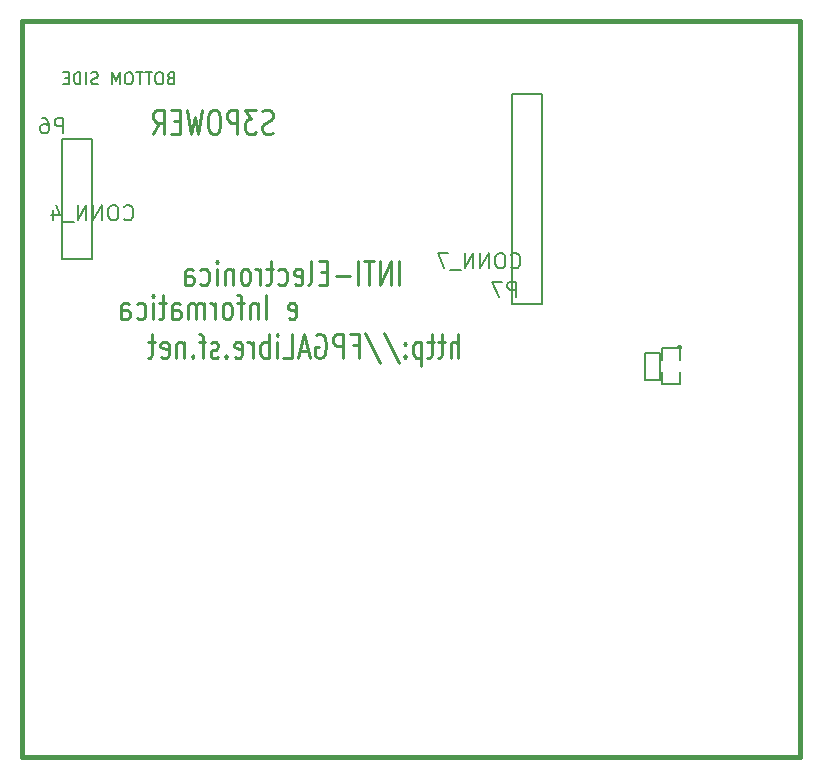
<source format=gbo>
G04 (created by PCBNEW-RS274X (2010-03-14)-final) date lun 07 nov 2011 20:25:05 ART*
G01*
G70*
G90*
%MOIN*%
G04 Gerber Fmt 3.4, Leading zero omitted, Abs format*
%FSLAX34Y34*%
G04 APERTURE LIST*
%ADD10C,0.000100*%
%ADD11C,0.015000*%
%ADD12C,0.010000*%
%ADD13C,0.006600*%
%ADD14C,0.005000*%
%ADD15C,0.008000*%
G04 APERTURE END LIST*
G54D10*
G54D11*
X33250Y-11250D02*
X33250Y-11450D01*
X59200Y-11250D02*
X33250Y-11250D01*
X59200Y-11800D02*
X59200Y-11250D01*
X59200Y-35800D02*
X59200Y-11800D01*
X33250Y-35800D02*
X59200Y-35800D01*
X33250Y-11350D02*
X33250Y-35800D01*
G54D12*
X42142Y-21156D02*
X42199Y-21194D01*
X42313Y-21194D01*
X42370Y-21156D01*
X42399Y-21080D01*
X42399Y-20775D01*
X42370Y-20699D01*
X42313Y-20660D01*
X42199Y-20660D01*
X42142Y-20699D01*
X42113Y-20775D01*
X42113Y-20851D01*
X42399Y-20927D01*
X41399Y-21194D02*
X41399Y-20394D01*
X41113Y-20660D02*
X41113Y-21194D01*
X41113Y-20737D02*
X41085Y-20699D01*
X41027Y-20660D01*
X40942Y-20660D01*
X40885Y-20699D01*
X40856Y-20775D01*
X40856Y-21194D01*
X40656Y-20660D02*
X40427Y-20660D01*
X40570Y-21194D02*
X40570Y-20508D01*
X40542Y-20432D01*
X40484Y-20394D01*
X40427Y-20394D01*
X40141Y-21194D02*
X40199Y-21156D01*
X40227Y-21118D01*
X40256Y-21041D01*
X40256Y-20813D01*
X40227Y-20737D01*
X40199Y-20699D01*
X40141Y-20660D01*
X40056Y-20660D01*
X39999Y-20699D01*
X39970Y-20737D01*
X39941Y-20813D01*
X39941Y-21041D01*
X39970Y-21118D01*
X39999Y-21156D01*
X40056Y-21194D01*
X40141Y-21194D01*
X39684Y-21194D02*
X39684Y-20660D01*
X39684Y-20813D02*
X39656Y-20737D01*
X39627Y-20699D01*
X39570Y-20660D01*
X39513Y-20660D01*
X39313Y-21194D02*
X39313Y-20660D01*
X39313Y-20737D02*
X39285Y-20699D01*
X39227Y-20660D01*
X39142Y-20660D01*
X39085Y-20699D01*
X39056Y-20775D01*
X39056Y-21194D01*
X39056Y-20775D02*
X39027Y-20699D01*
X38970Y-20660D01*
X38885Y-20660D01*
X38827Y-20699D01*
X38799Y-20775D01*
X38799Y-21194D01*
X38256Y-21194D02*
X38256Y-20775D01*
X38285Y-20699D01*
X38342Y-20660D01*
X38456Y-20660D01*
X38513Y-20699D01*
X38256Y-21156D02*
X38313Y-21194D01*
X38456Y-21194D01*
X38513Y-21156D01*
X38542Y-21080D01*
X38542Y-21003D01*
X38513Y-20927D01*
X38456Y-20889D01*
X38313Y-20889D01*
X38256Y-20851D01*
X38056Y-20660D02*
X37827Y-20660D01*
X37970Y-20394D02*
X37970Y-21080D01*
X37942Y-21156D01*
X37884Y-21194D01*
X37827Y-21194D01*
X37627Y-21194D02*
X37627Y-20660D01*
X37627Y-20394D02*
X37656Y-20432D01*
X37627Y-20470D01*
X37599Y-20432D01*
X37627Y-20394D01*
X37627Y-20470D01*
X37084Y-21156D02*
X37141Y-21194D01*
X37255Y-21194D01*
X37313Y-21156D01*
X37341Y-21118D01*
X37370Y-21041D01*
X37370Y-20813D01*
X37341Y-20737D01*
X37313Y-20699D01*
X37255Y-20660D01*
X37141Y-20660D01*
X37084Y-20699D01*
X36570Y-21194D02*
X36570Y-20775D01*
X36599Y-20699D01*
X36656Y-20660D01*
X36770Y-20660D01*
X36827Y-20699D01*
X36570Y-21156D02*
X36627Y-21194D01*
X36770Y-21194D01*
X36827Y-21156D01*
X36856Y-21080D01*
X36856Y-21003D01*
X36827Y-20927D01*
X36770Y-20889D01*
X36627Y-20889D01*
X36570Y-20851D01*
X45831Y-20054D02*
X45831Y-19254D01*
X45545Y-20054D02*
X45545Y-19254D01*
X45202Y-20054D01*
X45202Y-19254D01*
X45002Y-19254D02*
X44659Y-19254D01*
X44830Y-20054D02*
X44830Y-19254D01*
X44459Y-20054D02*
X44459Y-19254D01*
X44173Y-19749D02*
X43716Y-19749D01*
X43430Y-19635D02*
X43230Y-19635D01*
X43144Y-20054D02*
X43430Y-20054D01*
X43430Y-19254D01*
X43144Y-19254D01*
X42801Y-20054D02*
X42859Y-20016D01*
X42887Y-19940D01*
X42887Y-19254D01*
X42345Y-20016D02*
X42402Y-20054D01*
X42516Y-20054D01*
X42573Y-20016D01*
X42602Y-19940D01*
X42602Y-19635D01*
X42573Y-19559D01*
X42516Y-19520D01*
X42402Y-19520D01*
X42345Y-19559D01*
X42316Y-19635D01*
X42316Y-19711D01*
X42602Y-19787D01*
X41802Y-20016D02*
X41859Y-20054D01*
X41973Y-20054D01*
X42031Y-20016D01*
X42059Y-19978D01*
X42088Y-19901D01*
X42088Y-19673D01*
X42059Y-19597D01*
X42031Y-19559D01*
X41973Y-19520D01*
X41859Y-19520D01*
X41802Y-19559D01*
X41631Y-19520D02*
X41402Y-19520D01*
X41545Y-19254D02*
X41545Y-19940D01*
X41517Y-20016D01*
X41459Y-20054D01*
X41402Y-20054D01*
X41202Y-20054D02*
X41202Y-19520D01*
X41202Y-19673D02*
X41174Y-19597D01*
X41145Y-19559D01*
X41088Y-19520D01*
X41031Y-19520D01*
X40745Y-20054D02*
X40803Y-20016D01*
X40831Y-19978D01*
X40860Y-19901D01*
X40860Y-19673D01*
X40831Y-19597D01*
X40803Y-19559D01*
X40745Y-19520D01*
X40660Y-19520D01*
X40603Y-19559D01*
X40574Y-19597D01*
X40545Y-19673D01*
X40545Y-19901D01*
X40574Y-19978D01*
X40603Y-20016D01*
X40660Y-20054D01*
X40745Y-20054D01*
X40288Y-19520D02*
X40288Y-20054D01*
X40288Y-19597D02*
X40260Y-19559D01*
X40202Y-19520D01*
X40117Y-19520D01*
X40060Y-19559D01*
X40031Y-19635D01*
X40031Y-20054D01*
X39745Y-20054D02*
X39745Y-19520D01*
X39745Y-19254D02*
X39774Y-19292D01*
X39745Y-19330D01*
X39717Y-19292D01*
X39745Y-19254D01*
X39745Y-19330D01*
X39202Y-20016D02*
X39259Y-20054D01*
X39373Y-20054D01*
X39431Y-20016D01*
X39459Y-19978D01*
X39488Y-19901D01*
X39488Y-19673D01*
X39459Y-19597D01*
X39431Y-19559D01*
X39373Y-19520D01*
X39259Y-19520D01*
X39202Y-19559D01*
X38688Y-20054D02*
X38688Y-19635D01*
X38717Y-19559D01*
X38774Y-19520D01*
X38888Y-19520D01*
X38945Y-19559D01*
X38688Y-20016D02*
X38745Y-20054D01*
X38888Y-20054D01*
X38945Y-20016D01*
X38974Y-19940D01*
X38974Y-19863D01*
X38945Y-19787D01*
X38888Y-19749D01*
X38745Y-19749D01*
X38688Y-19711D01*
X47799Y-22484D02*
X47799Y-21684D01*
X47542Y-22484D02*
X47542Y-22065D01*
X47571Y-21989D01*
X47628Y-21950D01*
X47713Y-21950D01*
X47771Y-21989D01*
X47799Y-22027D01*
X47342Y-21950D02*
X47113Y-21950D01*
X47256Y-21684D02*
X47256Y-22370D01*
X47228Y-22446D01*
X47170Y-22484D01*
X47113Y-22484D01*
X46999Y-21950D02*
X46770Y-21950D01*
X46913Y-21684D02*
X46913Y-22370D01*
X46885Y-22446D01*
X46827Y-22484D01*
X46770Y-22484D01*
X46570Y-21950D02*
X46570Y-22750D01*
X46570Y-21989D02*
X46513Y-21950D01*
X46399Y-21950D01*
X46342Y-21989D01*
X46313Y-22027D01*
X46284Y-22103D01*
X46284Y-22331D01*
X46313Y-22408D01*
X46342Y-22446D01*
X46399Y-22484D01*
X46513Y-22484D01*
X46570Y-22446D01*
X46027Y-22408D02*
X45999Y-22446D01*
X46027Y-22484D01*
X46056Y-22446D01*
X46027Y-22408D01*
X46027Y-22484D01*
X46027Y-21989D02*
X45999Y-22027D01*
X46027Y-22065D01*
X46056Y-22027D01*
X46027Y-21989D01*
X46027Y-22065D01*
X45313Y-21646D02*
X45827Y-22674D01*
X44684Y-21646D02*
X45198Y-22674D01*
X44283Y-22065D02*
X44483Y-22065D01*
X44483Y-22484D02*
X44483Y-21684D01*
X44197Y-21684D01*
X43969Y-22484D02*
X43969Y-21684D01*
X43741Y-21684D01*
X43683Y-21722D01*
X43655Y-21760D01*
X43626Y-21836D01*
X43626Y-21950D01*
X43655Y-22027D01*
X43683Y-22065D01*
X43741Y-22103D01*
X43969Y-22103D01*
X43055Y-21722D02*
X43112Y-21684D01*
X43198Y-21684D01*
X43283Y-21722D01*
X43341Y-21798D01*
X43369Y-21874D01*
X43398Y-22027D01*
X43398Y-22141D01*
X43369Y-22293D01*
X43341Y-22370D01*
X43283Y-22446D01*
X43198Y-22484D01*
X43141Y-22484D01*
X43055Y-22446D01*
X43026Y-22408D01*
X43026Y-22141D01*
X43141Y-22141D01*
X42798Y-22255D02*
X42512Y-22255D01*
X42855Y-22484D02*
X42655Y-21684D01*
X42455Y-22484D01*
X41969Y-22484D02*
X42255Y-22484D01*
X42255Y-21684D01*
X41769Y-22484D02*
X41769Y-21950D01*
X41769Y-21684D02*
X41798Y-21722D01*
X41769Y-21760D01*
X41741Y-21722D01*
X41769Y-21684D01*
X41769Y-21760D01*
X41483Y-22484D02*
X41483Y-21684D01*
X41483Y-21989D02*
X41426Y-21950D01*
X41312Y-21950D01*
X41255Y-21989D01*
X41226Y-22027D01*
X41197Y-22103D01*
X41197Y-22331D01*
X41226Y-22408D01*
X41255Y-22446D01*
X41312Y-22484D01*
X41426Y-22484D01*
X41483Y-22446D01*
X40940Y-22484D02*
X40940Y-21950D01*
X40940Y-22103D02*
X40912Y-22027D01*
X40883Y-21989D01*
X40826Y-21950D01*
X40769Y-21950D01*
X40341Y-22446D02*
X40398Y-22484D01*
X40512Y-22484D01*
X40569Y-22446D01*
X40598Y-22370D01*
X40598Y-22065D01*
X40569Y-21989D01*
X40512Y-21950D01*
X40398Y-21950D01*
X40341Y-21989D01*
X40312Y-22065D01*
X40312Y-22141D01*
X40598Y-22217D01*
X40055Y-22408D02*
X40027Y-22446D01*
X40055Y-22484D01*
X40084Y-22446D01*
X40055Y-22408D01*
X40055Y-22484D01*
X39798Y-22446D02*
X39741Y-22484D01*
X39626Y-22484D01*
X39569Y-22446D01*
X39541Y-22370D01*
X39541Y-22331D01*
X39569Y-22255D01*
X39626Y-22217D01*
X39712Y-22217D01*
X39769Y-22179D01*
X39798Y-22103D01*
X39798Y-22065D01*
X39769Y-21989D01*
X39712Y-21950D01*
X39626Y-21950D01*
X39569Y-21989D01*
X39369Y-21950D02*
X39140Y-21950D01*
X39283Y-22484D02*
X39283Y-21798D01*
X39255Y-21722D01*
X39197Y-21684D01*
X39140Y-21684D01*
X38940Y-22408D02*
X38912Y-22446D01*
X38940Y-22484D01*
X38969Y-22446D01*
X38940Y-22408D01*
X38940Y-22484D01*
X38654Y-21950D02*
X38654Y-22484D01*
X38654Y-22027D02*
X38626Y-21989D01*
X38568Y-21950D01*
X38483Y-21950D01*
X38426Y-21989D01*
X38397Y-22065D01*
X38397Y-22484D01*
X37883Y-22446D02*
X37940Y-22484D01*
X38054Y-22484D01*
X38111Y-22446D01*
X38140Y-22370D01*
X38140Y-22065D01*
X38111Y-21989D01*
X38054Y-21950D01*
X37940Y-21950D01*
X37883Y-21989D01*
X37854Y-22065D01*
X37854Y-22141D01*
X38140Y-22217D01*
X37683Y-21950D02*
X37454Y-21950D01*
X37597Y-21684D02*
X37597Y-22370D01*
X37569Y-22446D01*
X37511Y-22484D01*
X37454Y-22484D01*
X41606Y-14986D02*
X41520Y-15024D01*
X41377Y-15024D01*
X41320Y-14986D01*
X41291Y-14948D01*
X41263Y-14871D01*
X41263Y-14795D01*
X41291Y-14719D01*
X41320Y-14681D01*
X41377Y-14643D01*
X41491Y-14605D01*
X41549Y-14567D01*
X41577Y-14529D01*
X41606Y-14452D01*
X41606Y-14376D01*
X41577Y-14300D01*
X41549Y-14262D01*
X41491Y-14224D01*
X41349Y-14224D01*
X41263Y-14262D01*
X41063Y-14224D02*
X40692Y-14224D01*
X40892Y-14529D01*
X40806Y-14529D01*
X40749Y-14567D01*
X40720Y-14605D01*
X40692Y-14681D01*
X40692Y-14871D01*
X40720Y-14948D01*
X40749Y-14986D01*
X40806Y-15024D01*
X40978Y-15024D01*
X41035Y-14986D01*
X41063Y-14948D01*
X40435Y-15024D02*
X40435Y-14224D01*
X40207Y-14224D01*
X40149Y-14262D01*
X40121Y-14300D01*
X40092Y-14376D01*
X40092Y-14490D01*
X40121Y-14567D01*
X40149Y-14605D01*
X40207Y-14643D01*
X40435Y-14643D01*
X39721Y-14224D02*
X39607Y-14224D01*
X39549Y-14262D01*
X39492Y-14338D01*
X39464Y-14490D01*
X39464Y-14757D01*
X39492Y-14910D01*
X39549Y-14986D01*
X39607Y-15024D01*
X39721Y-15024D01*
X39778Y-14986D01*
X39835Y-14910D01*
X39864Y-14757D01*
X39864Y-14490D01*
X39835Y-14338D01*
X39778Y-14262D01*
X39721Y-14224D01*
X39263Y-14224D02*
X39120Y-15024D01*
X39006Y-14452D01*
X38892Y-15024D01*
X38749Y-14224D01*
X38520Y-14605D02*
X38320Y-14605D01*
X38234Y-15024D02*
X38520Y-15024D01*
X38520Y-14224D01*
X38234Y-14224D01*
X37634Y-15024D02*
X37834Y-14643D01*
X37977Y-15024D02*
X37977Y-14224D01*
X37749Y-14224D01*
X37691Y-14262D01*
X37663Y-14300D01*
X37634Y-14376D01*
X37634Y-14490D01*
X37663Y-14567D01*
X37691Y-14605D01*
X37749Y-14643D01*
X37977Y-14643D01*
G54D13*
X38206Y-13163D02*
X38150Y-13182D01*
X38131Y-13201D01*
X38112Y-13238D01*
X38112Y-13294D01*
X38131Y-13332D01*
X38150Y-13351D01*
X38187Y-13369D01*
X38337Y-13369D01*
X38337Y-12975D01*
X38206Y-12975D01*
X38168Y-12994D01*
X38150Y-13013D01*
X38131Y-13051D01*
X38131Y-13088D01*
X38150Y-13126D01*
X38168Y-13144D01*
X38206Y-13163D01*
X38337Y-13163D01*
X37868Y-12975D02*
X37793Y-12975D01*
X37756Y-12994D01*
X37718Y-13032D01*
X37699Y-13107D01*
X37699Y-13238D01*
X37718Y-13313D01*
X37756Y-13351D01*
X37793Y-13369D01*
X37868Y-13369D01*
X37906Y-13351D01*
X37943Y-13313D01*
X37962Y-13238D01*
X37962Y-13107D01*
X37943Y-13032D01*
X37906Y-12994D01*
X37868Y-12975D01*
X37586Y-12975D02*
X37361Y-12975D01*
X37474Y-13369D02*
X37474Y-12975D01*
X37286Y-12975D02*
X37061Y-12975D01*
X37174Y-13369D02*
X37174Y-12975D01*
X36855Y-12975D02*
X36780Y-12975D01*
X36743Y-12994D01*
X36705Y-13032D01*
X36686Y-13107D01*
X36686Y-13238D01*
X36705Y-13313D01*
X36743Y-13351D01*
X36780Y-13369D01*
X36855Y-13369D01*
X36893Y-13351D01*
X36930Y-13313D01*
X36949Y-13238D01*
X36949Y-13107D01*
X36930Y-13032D01*
X36893Y-12994D01*
X36855Y-12975D01*
X36517Y-13369D02*
X36517Y-12975D01*
X36386Y-13257D01*
X36255Y-12975D01*
X36255Y-13369D01*
X35786Y-13351D02*
X35730Y-13369D01*
X35636Y-13369D01*
X35598Y-13351D01*
X35580Y-13332D01*
X35561Y-13294D01*
X35561Y-13257D01*
X35580Y-13219D01*
X35598Y-13201D01*
X35636Y-13182D01*
X35711Y-13163D01*
X35748Y-13144D01*
X35767Y-13126D01*
X35786Y-13088D01*
X35786Y-13051D01*
X35767Y-13013D01*
X35748Y-12994D01*
X35711Y-12975D01*
X35617Y-12975D01*
X35561Y-12994D01*
X35392Y-13369D02*
X35392Y-12975D01*
X35204Y-13369D02*
X35204Y-12975D01*
X35110Y-12975D01*
X35054Y-12994D01*
X35017Y-13032D01*
X34998Y-13069D01*
X34979Y-13144D01*
X34979Y-13201D01*
X34998Y-13276D01*
X35017Y-13313D01*
X35054Y-13351D01*
X35110Y-13369D01*
X35204Y-13369D01*
X34810Y-13163D02*
X34679Y-13163D01*
X34623Y-13369D02*
X34810Y-13369D01*
X34810Y-12975D01*
X34623Y-12975D01*
G54D14*
X55225Y-22125D02*
X55224Y-22134D01*
X55221Y-22144D01*
X55216Y-22152D01*
X55210Y-22160D01*
X55202Y-22166D01*
X55194Y-22171D01*
X55185Y-22173D01*
X55175Y-22174D01*
X55166Y-22174D01*
X55157Y-22171D01*
X55148Y-22166D01*
X55141Y-22160D01*
X55134Y-22153D01*
X55130Y-22144D01*
X55127Y-22135D01*
X55126Y-22125D01*
X55126Y-22116D01*
X55129Y-22107D01*
X55133Y-22098D01*
X55140Y-22091D01*
X55147Y-22084D01*
X55155Y-22080D01*
X55165Y-22077D01*
X55174Y-22076D01*
X55183Y-22076D01*
X55193Y-22079D01*
X55201Y-22083D01*
X55209Y-22089D01*
X55215Y-22097D01*
X55220Y-22105D01*
X55223Y-22114D01*
X55224Y-22124D01*
X55225Y-22125D01*
X55175Y-22575D02*
X55175Y-22175D01*
X55175Y-22175D02*
X54575Y-22175D01*
X54575Y-22175D02*
X54575Y-22575D01*
X54575Y-22975D02*
X54575Y-23375D01*
X54575Y-23375D02*
X55175Y-23375D01*
X55175Y-23375D02*
X55175Y-22975D01*
X54025Y-22325D02*
X54025Y-23225D01*
X54025Y-23225D02*
X54525Y-23225D01*
X54525Y-23225D02*
X54525Y-22325D01*
X54525Y-22325D02*
X54025Y-22325D01*
X49600Y-20700D02*
X50600Y-20700D01*
X50600Y-20700D02*
X50600Y-13700D01*
X50600Y-13700D02*
X49600Y-13700D01*
X49600Y-13700D02*
X49600Y-20700D01*
X34600Y-19200D02*
X35600Y-19200D01*
X35600Y-19200D02*
X35600Y-15200D01*
X35600Y-15200D02*
X34600Y-15200D01*
X34600Y-15200D02*
X34600Y-19200D01*
G54D15*
X49719Y-20452D02*
X49719Y-19952D01*
X49528Y-19952D01*
X49481Y-19976D01*
X49457Y-20000D01*
X49433Y-20048D01*
X49433Y-20119D01*
X49457Y-20167D01*
X49481Y-20190D01*
X49528Y-20214D01*
X49719Y-20214D01*
X49267Y-19952D02*
X48933Y-19952D01*
X49148Y-20452D01*
X49559Y-19455D02*
X49583Y-19479D01*
X49654Y-19502D01*
X49702Y-19502D01*
X49774Y-19479D01*
X49821Y-19431D01*
X49845Y-19383D01*
X49869Y-19288D01*
X49869Y-19217D01*
X49845Y-19121D01*
X49821Y-19074D01*
X49774Y-19026D01*
X49702Y-19002D01*
X49654Y-19002D01*
X49583Y-19026D01*
X49559Y-19050D01*
X49250Y-19002D02*
X49154Y-19002D01*
X49107Y-19026D01*
X49059Y-19074D01*
X49035Y-19169D01*
X49035Y-19336D01*
X49059Y-19431D01*
X49107Y-19479D01*
X49154Y-19502D01*
X49250Y-19502D01*
X49297Y-19479D01*
X49345Y-19431D01*
X49369Y-19336D01*
X49369Y-19169D01*
X49345Y-19074D01*
X49297Y-19026D01*
X49250Y-19002D01*
X48821Y-19502D02*
X48821Y-19002D01*
X48535Y-19502D01*
X48535Y-19002D01*
X48297Y-19502D02*
X48297Y-19002D01*
X48011Y-19502D01*
X48011Y-19002D01*
X47892Y-19550D02*
X47511Y-19550D01*
X47440Y-19002D02*
X47106Y-19002D01*
X47321Y-19502D01*
X34629Y-15002D02*
X34629Y-14502D01*
X34438Y-14502D01*
X34391Y-14526D01*
X34367Y-14550D01*
X34343Y-14598D01*
X34343Y-14669D01*
X34367Y-14717D01*
X34391Y-14740D01*
X34438Y-14764D01*
X34629Y-14764D01*
X33915Y-14502D02*
X34010Y-14502D01*
X34058Y-14526D01*
X34081Y-14550D01*
X34129Y-14621D01*
X34153Y-14717D01*
X34153Y-14907D01*
X34129Y-14955D01*
X34105Y-14979D01*
X34058Y-15002D01*
X33962Y-15002D01*
X33915Y-14979D01*
X33891Y-14955D01*
X33867Y-14907D01*
X33867Y-14788D01*
X33891Y-14740D01*
X33915Y-14717D01*
X33962Y-14693D01*
X34058Y-14693D01*
X34105Y-14717D01*
X34129Y-14740D01*
X34153Y-14788D01*
X36659Y-17855D02*
X36683Y-17879D01*
X36754Y-17902D01*
X36802Y-17902D01*
X36874Y-17879D01*
X36921Y-17831D01*
X36945Y-17783D01*
X36969Y-17688D01*
X36969Y-17617D01*
X36945Y-17521D01*
X36921Y-17474D01*
X36874Y-17426D01*
X36802Y-17402D01*
X36754Y-17402D01*
X36683Y-17426D01*
X36659Y-17450D01*
X36350Y-17402D02*
X36254Y-17402D01*
X36207Y-17426D01*
X36159Y-17474D01*
X36135Y-17569D01*
X36135Y-17736D01*
X36159Y-17831D01*
X36207Y-17879D01*
X36254Y-17902D01*
X36350Y-17902D01*
X36397Y-17879D01*
X36445Y-17831D01*
X36469Y-17736D01*
X36469Y-17569D01*
X36445Y-17474D01*
X36397Y-17426D01*
X36350Y-17402D01*
X35921Y-17902D02*
X35921Y-17402D01*
X35635Y-17902D01*
X35635Y-17402D01*
X35397Y-17902D02*
X35397Y-17402D01*
X35111Y-17902D01*
X35111Y-17402D01*
X34992Y-17950D02*
X34611Y-17950D01*
X34278Y-17569D02*
X34278Y-17902D01*
X34397Y-17379D02*
X34516Y-17736D01*
X34206Y-17736D01*
M02*

</source>
